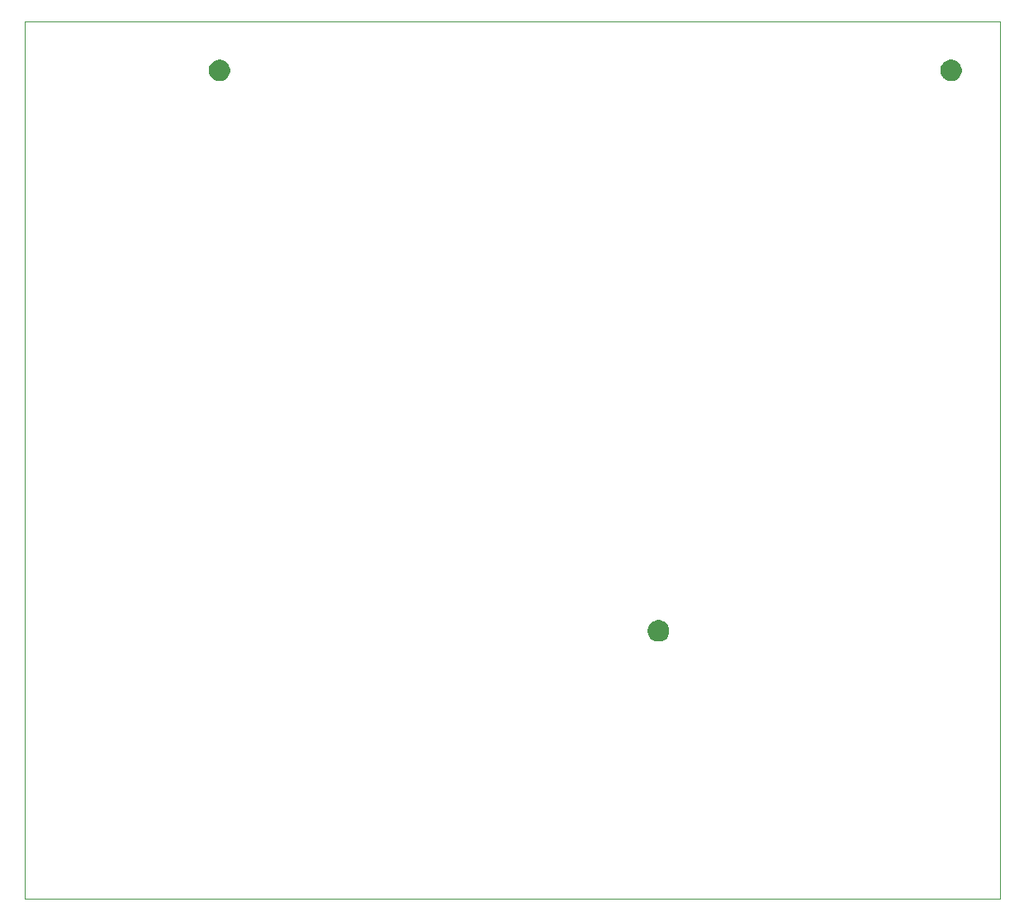
<source format=gbr>
%TF.GenerationSoftware,Altium Limited,Altium Designer,20.2.6 (244)*%
G04 Layer_Color=0*
%FSLAX45Y45*%
%MOMM*%
%TF.SameCoordinates,65E78103-6D03-462D-AAE3-041F84C347C7*%
%TF.FilePolarity,Positive*%
%TF.FileFunction,Profile,NP*%
%TF.Part,Single*%
G01*
G75*
%TA.AperFunction,Profile*%
%ADD139C,0.02540*%
G36*
X6390000Y2750000D02*
Y2739166D01*
X6394227Y2717914D01*
X6402519Y2697895D01*
X6414557Y2679879D01*
X6429879Y2664557D01*
X6447895Y2652519D01*
X6467914Y2644227D01*
X6489166Y2640000D01*
X6500000D01*
X6510834D01*
X6532086Y2644227D01*
X6552104Y2652519D01*
X6570121Y2664557D01*
X6585443Y2679879D01*
X6597481Y2697895D01*
X6605773Y2717914D01*
X6610000Y2739166D01*
Y2750000D01*
Y2760834D01*
X6605773Y2782086D01*
X6597481Y2802105D01*
X6585443Y2820121D01*
X6570121Y2835443D01*
X6552104Y2847481D01*
X6532086Y2855773D01*
X6510834Y2860000D01*
X6500000D01*
X6489166D01*
X6467914Y2855773D01*
X6447895Y2847481D01*
X6429879Y2835443D01*
X6414557Y2820121D01*
X6402519Y2802105D01*
X6394227Y2782086D01*
X6390000Y2760834D01*
Y2750000D01*
D01*
D02*
G37*
G36*
X2000000Y8390000D02*
X1989166D01*
X1967914Y8394227D01*
X1947895Y8402519D01*
X1929879Y8414557D01*
X1914557Y8429879D01*
X1902519Y8447895D01*
X1894227Y8467914D01*
X1890000Y8489166D01*
Y8500000D01*
Y8510834D01*
X1894227Y8532086D01*
X1902519Y8552105D01*
X1914557Y8570121D01*
X1929879Y8585443D01*
X1947895Y8597481D01*
X1967914Y8605773D01*
X1989166Y8610000D01*
X2000000D01*
X2010834D01*
X2032086Y8605773D01*
X2052105Y8597481D01*
X2070121Y8585443D01*
X2085443Y8570121D01*
X2097481Y8552105D01*
X2105773Y8532086D01*
X2110000Y8510834D01*
Y8500000D01*
Y8489166D01*
X2105773Y8467914D01*
X2097481Y8447895D01*
X2085443Y8429879D01*
X2070121Y8414557D01*
X2052105Y8402519D01*
X2032086Y8394227D01*
X2010834Y8390000D01*
X2000000D01*
D01*
D02*
G37*
G36*
X9390000Y8500000D02*
Y8489166D01*
X9394227Y8467914D01*
X9402519Y8447895D01*
X9414557Y8429879D01*
X9429879Y8414557D01*
X9447895Y8402519D01*
X9467914Y8394227D01*
X9489166Y8390000D01*
X9500000D01*
X9510834D01*
X9532086Y8394227D01*
X9552105Y8402519D01*
X9570121Y8414557D01*
X9585443Y8429879D01*
X9597481Y8447895D01*
X9605773Y8467914D01*
X9610000Y8489166D01*
Y8500000D01*
Y8510834D01*
X9605773Y8532086D01*
X9597481Y8552105D01*
X9585443Y8570121D01*
X9570121Y8585443D01*
X9552105Y8597481D01*
X9532086Y8605773D01*
X9510834Y8610000D01*
X9500000D01*
X9489166D01*
X9467914Y8605773D01*
X9447895Y8597481D01*
X9429879Y8585443D01*
X9414557Y8570121D01*
X9402519Y8552105D01*
X9394227Y8532086D01*
X9390000Y8510834D01*
Y8500000D01*
D01*
D02*
G37*
D139*
X0Y0D02*
X10000000D01*
X10000000Y9000000D01*
X0D01*
Y0D01*
%TF.MD5,61dfda7e1497cb68edc787d2f2737b47*%
M02*

</source>
